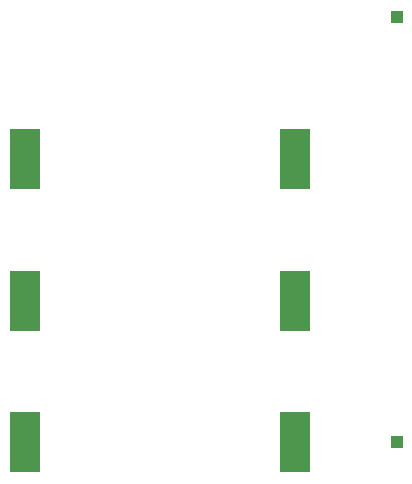
<source format=gbp>
G04*
G04 #@! TF.GenerationSoftware,Altium Limited,Altium Designer,21.7.2 (23)*
G04*
G04 Layer_Color=128*
%FSLAX25Y25*%
%MOIN*%
G70*
G04*
G04 #@! TF.SameCoordinates,16A7C8A8-E98D-4737-908B-F8D707F188AB*
G04*
G04*
G04 #@! TF.FilePolarity,Positive*
G04*
G01*
G75*
%ADD13R,0.03937X0.03937*%
%ADD32R,0.09843X0.20079*%
D13*
X159449Y200815D02*
D03*
Y59083D02*
D03*
D32*
X125591Y153543D02*
D03*
X35433D02*
D03*
X125591Y106299D02*
D03*
X35433D02*
D03*
X125591Y59055D02*
D03*
X35433D02*
D03*
M02*

</source>
